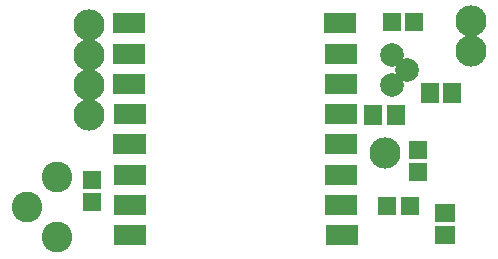
<source format=gbr>
%FSLAX34Y34*%
%MOMM*%
%LNSOLDERMASK_TOP*%
G71*
G01*
%ADD10R, 2.70X1.79*%
%ADD11R, 1.50X1.60*%
%ADD12R, 1.60X1.50*%
%ADD13C, 2.00*%
%ADD14C, 2.64*%
%ADD15C, 2.60*%
%ADD16R, 1.80X1.50*%
%ADD17R, 1.50X1.80*%
%LPD*%
X102394Y-19050D02*
G54D10*
D03*
X102791Y-44847D02*
G54D10*
D03*
X102791Y-70247D02*
G54D10*
D03*
X102791Y-70247D02*
G54D10*
D03*
X103188Y-96044D02*
G54D10*
D03*
X103188Y-121444D02*
G54D10*
D03*
X102791Y-121444D02*
G54D10*
D03*
X103188Y-147241D02*
G54D10*
D03*
X103188Y-172641D02*
G54D10*
D03*
X103188Y-172641D02*
G54D10*
D03*
X103584Y-198438D02*
G54D10*
D03*
X281384Y-19050D02*
G54D10*
D03*
X281781Y-44847D02*
G54D10*
D03*
X281781Y-70247D02*
G54D10*
D03*
X281781Y-70247D02*
G54D10*
D03*
X282178Y-96044D02*
G54D10*
D03*
X282178Y-121444D02*
G54D10*
D03*
X281781Y-121444D02*
G54D10*
D03*
X282178Y-147241D02*
G54D10*
D03*
X282178Y-172641D02*
G54D10*
D03*
X282178Y-172641D02*
G54D10*
D03*
X282575Y-198438D02*
G54D10*
D03*
X321469Y-174228D02*
G54D11*
D03*
X340469Y-174228D02*
G54D11*
D03*
X347241Y-126231D02*
G54D12*
D03*
X347241Y-145231D02*
G54D12*
D03*
X325590Y-46160D02*
G54D13*
D03*
X338288Y-58859D02*
G54D13*
D03*
X325588Y-71559D02*
G54D13*
D03*
X392112Y-17462D02*
G54D14*
D03*
X392110Y-42860D02*
G54D14*
D03*
X41850Y-200465D02*
G54D15*
D03*
X16454Y-175061D02*
G54D15*
D03*
X41854Y-149661D02*
G54D15*
D03*
X344041Y-18257D02*
G54D11*
D03*
X325041Y-18257D02*
G54D11*
D03*
X369862Y-179412D02*
G54D16*
D03*
X369862Y-198412D02*
G54D16*
D03*
X376188Y-77787D02*
G54D17*
D03*
X357188Y-77788D02*
G54D17*
D03*
X328562Y-96837D02*
G54D17*
D03*
X309562Y-96838D02*
G54D17*
D03*
X319090Y-128590D02*
G54D14*
D03*
X71017Y-170631D02*
G54D12*
D03*
X71017Y-151631D02*
G54D12*
D03*
X68462Y-96956D02*
G54D14*
D03*
X68462Y-71556D02*
G54D14*
D03*
X68460Y-46160D02*
G54D14*
D03*
X68462Y-20756D02*
G54D14*
D03*
M02*

</source>
